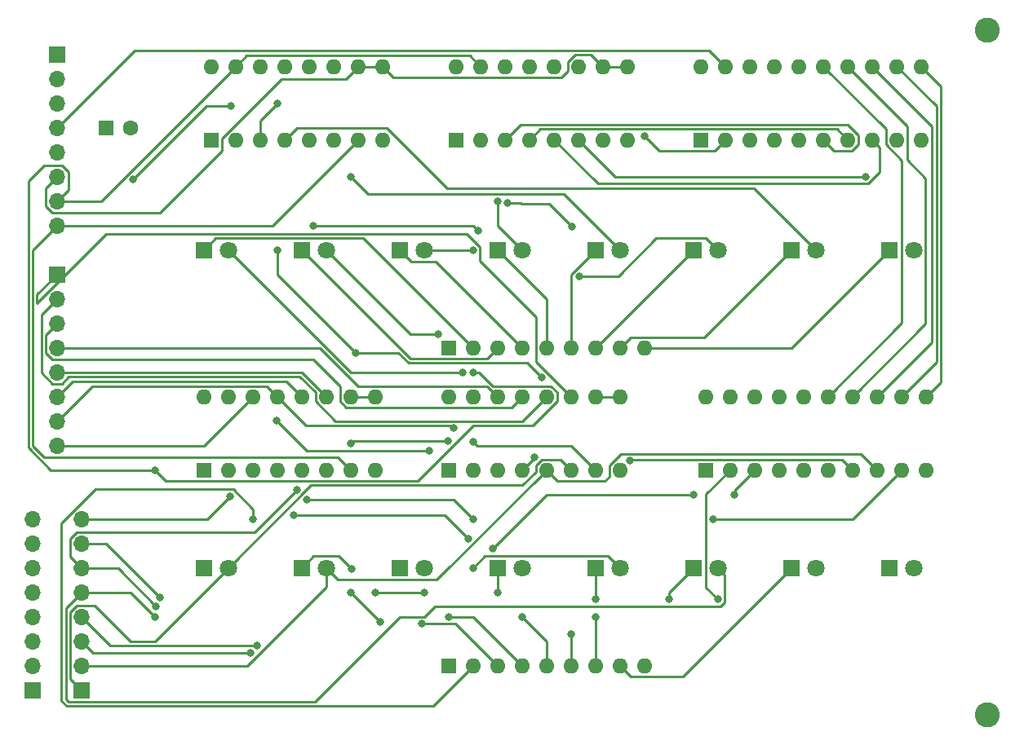
<source format=gbr>
%TF.GenerationSoftware,KiCad,Pcbnew,(7.0.0)*%
%TF.CreationDate,2023-02-28T23:31:08-05:00*%
%TF.ProjectId,8bc_registers,3862635f-7265-4676-9973-746572732e6b,1.0*%
%TF.SameCoordinates,Original*%
%TF.FileFunction,Copper,L4,Bot*%
%TF.FilePolarity,Positive*%
%FSLAX46Y46*%
G04 Gerber Fmt 4.6, Leading zero omitted, Abs format (unit mm)*
G04 Created by KiCad (PCBNEW (7.0.0)) date 2023-02-28 23:31:08*
%MOMM*%
%LPD*%
G01*
G04 APERTURE LIST*
%TA.AperFunction,WasherPad*%
%ADD10C,2.600000*%
%TD*%
%TA.AperFunction,ComponentPad*%
%ADD11R,1.800000X1.800000*%
%TD*%
%TA.AperFunction,ComponentPad*%
%ADD12C,1.800000*%
%TD*%
%TA.AperFunction,ComponentPad*%
%ADD13R,1.600000X1.600000*%
%TD*%
%TA.AperFunction,ComponentPad*%
%ADD14O,1.600000X1.600000*%
%TD*%
%TA.AperFunction,ComponentPad*%
%ADD15R,1.700000X1.700000*%
%TD*%
%TA.AperFunction,ComponentPad*%
%ADD16O,1.700000X1.700000*%
%TD*%
%TA.AperFunction,ComponentPad*%
%ADD17C,1.600000*%
%TD*%
%TA.AperFunction,ViaPad*%
%ADD18C,0.800000*%
%TD*%
%TA.AperFunction,Conductor*%
%ADD19C,0.250000*%
%TD*%
G04 APERTURE END LIST*
D10*
%TO.P,REF\u002A\u002A,*%
%TO.N,*%
X198120000Y-109220000D03*
%TD*%
%TO.P,REF\u002A\u002A,*%
%TO.N,*%
X198120000Y-38100000D03*
%TD*%
D11*
%TO.P,D1,1,K*%
%TO.N,Net-(D1-K)*%
X116839999Y-60959999D03*
D12*
%TO.P,D1,2,A*%
%TO.N,A0*%
X119380000Y-60960000D03*
%TD*%
D13*
%TO.P,U6,1,Oe1*%
%TO.N,GND*%
X142239999Y-83819999D03*
D14*
%TO.P,U6,2,Oe2*%
X144779999Y-83819999D03*
%TO.P,U6,3,Q0*%
%TO.N,B3*%
X147319999Y-83819999D03*
%TO.P,U6,4,Q1*%
%TO.N,B2*%
X149859999Y-83819999D03*
%TO.P,U6,5,Q2*%
%TO.N,B1*%
X152399999Y-83819999D03*
%TO.P,U6,6,Q3*%
%TO.N,B0*%
X154939999Y-83819999D03*
%TO.P,U6,7,Cp*%
%TO.N,CLK*%
X157479999Y-83819999D03*
%TO.P,U6,8,GND*%
%TO.N,GND*%
X160019999Y-83819999D03*
%TO.P,U6,9,E1*%
%TO.N,~{BI}*%
X160019999Y-76199999D03*
%TO.P,U6,10,E2*%
X157479999Y-76199999D03*
%TO.P,U6,11,D3*%
%TO.N,BUS_0*%
X154939999Y-76199999D03*
%TO.P,U6,12,D2*%
%TO.N,BUS_1*%
X152399999Y-76199999D03*
%TO.P,U6,13,D1*%
%TO.N,BUS_2*%
X149859999Y-76199999D03*
%TO.P,U6,14,D0*%
%TO.N,BUS_3*%
X147319999Y-76199999D03*
%TO.P,U6,15,Mr*%
%TO.N,CLR*%
X144779999Y-76199999D03*
%TO.P,U6,16,VCC*%
%TO.N,+5V*%
X142239999Y-76199999D03*
%TD*%
D11*
%TO.P,D3,1,K*%
%TO.N,Net-(D3-K)*%
X137159999Y-60959999D03*
D12*
%TO.P,D3,2,A*%
%TO.N,A2*%
X139700000Y-60960000D03*
%TD*%
D13*
%TO.P,U2,1,Oe1*%
%TO.N,GND*%
X117599999Y-49519999D03*
D14*
%TO.P,U2,2,Oe2*%
X120139999Y-49519999D03*
%TO.P,U2,3,Q0*%
%TO.N,A7*%
X122679999Y-49519999D03*
%TO.P,U2,4,Q1*%
%TO.N,A6*%
X125219999Y-49519999D03*
%TO.P,U2,5,Q2*%
%TO.N,A5*%
X127759999Y-49519999D03*
%TO.P,U2,6,Q3*%
%TO.N,A4*%
X130299999Y-49519999D03*
%TO.P,U2,7,Cp*%
%TO.N,CLK*%
X132839999Y-49519999D03*
%TO.P,U2,8,GND*%
%TO.N,GND*%
X135379999Y-49519999D03*
%TO.P,U2,9,E1*%
%TO.N,~{AI}*%
X135379999Y-41899999D03*
%TO.P,U2,10,E2*%
X132839999Y-41899999D03*
%TO.P,U2,11,D3*%
%TO.N,BUS_4*%
X130299999Y-41899999D03*
%TO.P,U2,12,D2*%
%TO.N,BUS_5*%
X127759999Y-41899999D03*
%TO.P,U2,13,D1*%
%TO.N,BUS_6*%
X125219999Y-41899999D03*
%TO.P,U2,14,D0*%
%TO.N,BUS_7*%
X122679999Y-41899999D03*
%TO.P,U2,15,Mr*%
%TO.N,CLR*%
X120139999Y-41899999D03*
%TO.P,U2,16,VCC*%
%TO.N,+5V*%
X117599999Y-41899999D03*
%TD*%
D13*
%TO.P,U1,1,A->B*%
%TO.N,+5V*%
X168399999Y-49519999D03*
D14*
%TO.P,U1,2,A0*%
%TO.N,A7*%
X170939999Y-49519999D03*
%TO.P,U1,3,A1*%
%TO.N,A6*%
X173479999Y-49519999D03*
%TO.P,U1,4,A2*%
%TO.N,A5*%
X176019999Y-49519999D03*
%TO.P,U1,5,A3*%
%TO.N,A4*%
X178559999Y-49519999D03*
%TO.P,U1,6,A4*%
%TO.N,A3*%
X181099999Y-49519999D03*
%TO.P,U1,7,A5*%
%TO.N,A2*%
X183639999Y-49519999D03*
%TO.P,U1,8,A6*%
%TO.N,A1*%
X186179999Y-49519999D03*
%TO.P,U1,9,A7*%
%TO.N,A0*%
X188719999Y-49519999D03*
%TO.P,U1,10,GND*%
%TO.N,GND*%
X191259999Y-49519999D03*
%TO.P,U1,11,B7*%
%TO.N,BUS_0*%
X191259999Y-41899999D03*
%TO.P,U1,12,B6*%
%TO.N,BUS_1*%
X188719999Y-41899999D03*
%TO.P,U1,13,B5*%
%TO.N,BUS_2*%
X186179999Y-41899999D03*
%TO.P,U1,14,B4*%
%TO.N,BUS_3*%
X183639999Y-41899999D03*
%TO.P,U1,15,B3*%
%TO.N,BUS_4*%
X181099999Y-41899999D03*
%TO.P,U1,16,B2*%
%TO.N,BUS_5*%
X178559999Y-41899999D03*
%TO.P,U1,17,B1*%
%TO.N,BUS_6*%
X176019999Y-41899999D03*
%TO.P,U1,18,B0*%
%TO.N,BUS_7*%
X173479999Y-41899999D03*
%TO.P,U1,19,CE*%
%TO.N,~{AO}*%
X170939999Y-41899999D03*
%TO.P,U1,20,VCC*%
%TO.N,+5V*%
X168399999Y-41899999D03*
%TD*%
D15*
%TO.P,J3,1,Pin_1*%
%TO.N,A0*%
X99059999Y-106679999D03*
D16*
%TO.P,J3,2,Pin_2*%
%TO.N,A1*%
X99059999Y-104139999D03*
%TO.P,J3,3,Pin_3*%
%TO.N,A2*%
X99059999Y-101599999D03*
%TO.P,J3,4,Pin_4*%
%TO.N,A3*%
X99059999Y-99059999D03*
%TO.P,J3,5,Pin_5*%
%TO.N,A4*%
X99059999Y-96519999D03*
%TO.P,J3,6,Pin_6*%
%TO.N,A5*%
X99059999Y-93979999D03*
%TO.P,J3,7,Pin_7*%
%TO.N,A6*%
X99059999Y-91439999D03*
%TO.P,J3,8,Pin_8*%
%TO.N,A7*%
X99059999Y-88899999D03*
%TD*%
D11*
%TO.P,D6,1,K*%
%TO.N,Net-(D6-K)*%
X167639999Y-60959999D03*
D12*
%TO.P,D6,2,A*%
%TO.N,A5*%
X170180000Y-60960000D03*
%TD*%
D13*
%TO.P,U3,1,Oe1*%
%TO.N,GND*%
X142999999Y-49519999D03*
D14*
%TO.P,U3,2,Oe2*%
X145539999Y-49519999D03*
%TO.P,U3,3,Q0*%
%TO.N,A3*%
X148079999Y-49519999D03*
%TO.P,U3,4,Q1*%
%TO.N,A2*%
X150619999Y-49519999D03*
%TO.P,U3,5,Q2*%
%TO.N,A1*%
X153159999Y-49519999D03*
%TO.P,U3,6,Q3*%
%TO.N,A0*%
X155699999Y-49519999D03*
%TO.P,U3,7,Cp*%
%TO.N,CLK*%
X158239999Y-49519999D03*
%TO.P,U3,8,GND*%
%TO.N,GND*%
X160779999Y-49519999D03*
%TO.P,U3,9,E1*%
%TO.N,~{AI}*%
X160779999Y-41899999D03*
%TO.P,U3,10,E2*%
X158239999Y-41899999D03*
%TO.P,U3,11,D3*%
%TO.N,BUS_0*%
X155699999Y-41899999D03*
%TO.P,U3,12,D2*%
%TO.N,BUS_1*%
X153159999Y-41899999D03*
%TO.P,U3,13,D1*%
%TO.N,BUS_2*%
X150619999Y-41899999D03*
%TO.P,U3,14,D0*%
%TO.N,BUS_3*%
X148079999Y-41899999D03*
%TO.P,U3,15,Mr*%
%TO.N,CLR*%
X145539999Y-41899999D03*
%TO.P,U3,16,VCC*%
%TO.N,+5V*%
X142999999Y-41899999D03*
%TD*%
D13*
%TO.P,U5,1,Oe1*%
%TO.N,GND*%
X116839999Y-83819999D03*
D14*
%TO.P,U5,2,Oe2*%
X119379999Y-83819999D03*
%TO.P,U5,3,Q0*%
%TO.N,B7*%
X121919999Y-83819999D03*
%TO.P,U5,4,Q1*%
%TO.N,B6*%
X124459999Y-83819999D03*
%TO.P,U5,5,Q2*%
%TO.N,B5*%
X126999999Y-83819999D03*
%TO.P,U5,6,Q3*%
%TO.N,B4*%
X129539999Y-83819999D03*
%TO.P,U5,7,Cp*%
%TO.N,CLK*%
X132079999Y-83819999D03*
%TO.P,U5,8,GND*%
%TO.N,GND*%
X134619999Y-83819999D03*
%TO.P,U5,9,E1*%
%TO.N,~{BI}*%
X134619999Y-76199999D03*
%TO.P,U5,10,E2*%
X132079999Y-76199999D03*
%TO.P,U5,11,D3*%
%TO.N,BUS_4*%
X129539999Y-76199999D03*
%TO.P,U5,12,D2*%
%TO.N,BUS_5*%
X126999999Y-76199999D03*
%TO.P,U5,13,D1*%
%TO.N,BUS_6*%
X124459999Y-76199999D03*
%TO.P,U5,14,D0*%
%TO.N,BUS_7*%
X121919999Y-76199999D03*
%TO.P,U5,15,Mr*%
%TO.N,CLR*%
X119379999Y-76199999D03*
%TO.P,U5,16,VCC*%
%TO.N,+5V*%
X116839999Y-76199999D03*
%TD*%
D11*
%TO.P,D9,1,K*%
%TO.N,Net-(D9-K)*%
X187959999Y-93979999D03*
D12*
%TO.P,D9,2,A*%
%TO.N,B7*%
X190500000Y-93980000D03*
%TD*%
D15*
%TO.P,J2,1,Pin_1*%
%TO.N,+5V*%
X101599999Y-40639999D03*
D16*
%TO.P,J2,2,Pin_2*%
%TO.N,GND*%
X101599999Y-43179999D03*
%TO.P,J2,3,Pin_3*%
%TO.N,~{BO}*%
X101599999Y-45719999D03*
%TO.P,J2,4,Pin_4*%
%TO.N,~{AO}*%
X101599999Y-48259999D03*
%TO.P,J2,5,Pin_5*%
%TO.N,~{BI}*%
X101599999Y-50799999D03*
%TO.P,J2,6,Pin_6*%
%TO.N,~{AI}*%
X101599999Y-53339999D03*
%TO.P,J2,7,Pin_7*%
%TO.N,CLR*%
X101599999Y-55879999D03*
%TO.P,J2,8,Pin_8*%
%TO.N,CLK*%
X101599999Y-58419999D03*
%TD*%
D15*
%TO.P,J4,1,Pin_1*%
%TO.N,B0*%
X104139999Y-106679999D03*
D16*
%TO.P,J4,2,Pin_2*%
%TO.N,B1*%
X104139999Y-104139999D03*
%TO.P,J4,3,Pin_3*%
%TO.N,B2*%
X104139999Y-101599999D03*
%TO.P,J4,4,Pin_4*%
%TO.N,B3*%
X104139999Y-99059999D03*
%TO.P,J4,5,Pin_5*%
%TO.N,B4*%
X104139999Y-96519999D03*
%TO.P,J4,6,Pin_6*%
%TO.N,B5*%
X104139999Y-93979999D03*
%TO.P,J4,7,Pin_7*%
%TO.N,B6*%
X104139999Y-91439999D03*
%TO.P,J4,8,Pin_8*%
%TO.N,B7*%
X104139999Y-88899999D03*
%TD*%
D11*
%TO.P,D12,1,K*%
%TO.N,Net-(D12-K)*%
X167639999Y-93979999D03*
D12*
%TO.P,D12,2,A*%
%TO.N,B4*%
X170180000Y-93980000D03*
%TD*%
D11*
%TO.P,D16,1,K*%
%TO.N,Net-(D16-K)*%
X116839999Y-93979999D03*
D12*
%TO.P,D16,2,A*%
%TO.N,B0*%
X119380000Y-93980000D03*
%TD*%
D11*
%TO.P,D14,1,K*%
%TO.N,Net-(D14-K)*%
X137159999Y-93979999D03*
D12*
%TO.P,D14,2,A*%
%TO.N,B2*%
X139700000Y-93980000D03*
%TD*%
D11*
%TO.P,D5,1,K*%
%TO.N,Net-(D5-K)*%
X157479999Y-60959999D03*
D12*
%TO.P,D5,2,A*%
%TO.N,A4*%
X160020000Y-60960000D03*
%TD*%
D11*
%TO.P,D15,1,K*%
%TO.N,Net-(D15-K)*%
X126999999Y-93979999D03*
D12*
%TO.P,D15,2,A*%
%TO.N,B1*%
X129540000Y-93980000D03*
%TD*%
D13*
%TO.P,RN2,1,common*%
%TO.N,GND*%
X142239999Y-104139999D03*
D14*
%TO.P,RN2,2,R1*%
%TO.N,Net-(D16-K)*%
X144779999Y-104139999D03*
%TO.P,RN2,3,R2*%
%TO.N,Net-(D15-K)*%
X147319999Y-104139999D03*
%TO.P,RN2,4,R3*%
%TO.N,Net-(D14-K)*%
X149859999Y-104139999D03*
%TO.P,RN2,5,R4*%
%TO.N,Net-(D13-K)*%
X152399999Y-104139999D03*
%TO.P,RN2,6,R5*%
%TO.N,Net-(D12-K)*%
X154939999Y-104139999D03*
%TO.P,RN2,7,R6*%
%TO.N,Net-(D11-K)*%
X157479999Y-104139999D03*
%TO.P,RN2,8,R7*%
%TO.N,Net-(D10-K)*%
X160019999Y-104139999D03*
%TO.P,RN2,9,R8*%
%TO.N,Net-(D9-K)*%
X162559999Y-104139999D03*
%TD*%
D11*
%TO.P,D8,1,K*%
%TO.N,Net-(D8-K)*%
X187959999Y-60959999D03*
D12*
%TO.P,D8,2,A*%
%TO.N,A7*%
X190500000Y-60960000D03*
%TD*%
D13*
%TO.P,RN1,1,common*%
%TO.N,GND*%
X142239999Y-71119999D03*
D14*
%TO.P,RN1,2,R1*%
%TO.N,Net-(D1-K)*%
X144779999Y-71119999D03*
%TO.P,RN1,3,R2*%
%TO.N,Net-(D2-K)*%
X147319999Y-71119999D03*
%TO.P,RN1,4,R3*%
%TO.N,Net-(D3-K)*%
X149859999Y-71119999D03*
%TO.P,RN1,5,R4*%
%TO.N,Net-(D4-K)*%
X152399999Y-71119999D03*
%TO.P,RN1,6,R5*%
%TO.N,Net-(D5-K)*%
X154939999Y-71119999D03*
%TO.P,RN1,7,R6*%
%TO.N,Net-(D6-K)*%
X157479999Y-71119999D03*
%TO.P,RN1,8,R7*%
%TO.N,Net-(D7-K)*%
X160019999Y-71119999D03*
%TO.P,RN1,9,R8*%
%TO.N,Net-(D8-K)*%
X162559999Y-71119999D03*
%TD*%
D15*
%TO.P,J1,1,Pin_1*%
%TO.N,BUS_0*%
X101599999Y-63499999D03*
D16*
%TO.P,J1,2,Pin_2*%
%TO.N,BUS_1*%
X101599999Y-66039999D03*
%TO.P,J1,3,Pin_3*%
%TO.N,BUS_2*%
X101599999Y-68579999D03*
%TO.P,J1,4,Pin_4*%
%TO.N,BUS_3*%
X101599999Y-71119999D03*
%TO.P,J1,5,Pin_5*%
%TO.N,BUS_4*%
X101599999Y-73659999D03*
%TO.P,J1,6,Pin_6*%
%TO.N,BUS_5*%
X101599999Y-76199999D03*
%TO.P,J1,7,Pin_7*%
%TO.N,BUS_6*%
X101599999Y-78739999D03*
%TO.P,J1,8,Pin_8*%
%TO.N,BUS_7*%
X101599999Y-81279999D03*
%TD*%
D11*
%TO.P,D4,1,K*%
%TO.N,Net-(D4-K)*%
X147319999Y-60959999D03*
D12*
%TO.P,D4,2,A*%
%TO.N,A3*%
X149860000Y-60960000D03*
%TD*%
D13*
%TO.P,C1,1*%
%TO.N,+5V*%
X106719999Y-48259999D03*
D17*
%TO.P,C1,2*%
%TO.N,GND*%
X109220000Y-48260000D03*
%TD*%
D13*
%TO.P,U4,1,A->B*%
%TO.N,+5V*%
X168914999Y-83819999D03*
D14*
%TO.P,U4,2,A0*%
%TO.N,B7*%
X171454999Y-83819999D03*
%TO.P,U4,3,A1*%
%TO.N,B6*%
X173994999Y-83819999D03*
%TO.P,U4,4,A2*%
%TO.N,B5*%
X176534999Y-83819999D03*
%TO.P,U4,5,A3*%
%TO.N,B4*%
X179074999Y-83819999D03*
%TO.P,U4,6,A4*%
%TO.N,B3*%
X181614999Y-83819999D03*
%TO.P,U4,7,A5*%
%TO.N,B2*%
X184154999Y-83819999D03*
%TO.P,U4,8,A6*%
%TO.N,B1*%
X186694999Y-83819999D03*
%TO.P,U4,9,A7*%
%TO.N,B0*%
X189234999Y-83819999D03*
%TO.P,U4,10,GND*%
%TO.N,GND*%
X191774999Y-83819999D03*
%TO.P,U4,11,B7*%
%TO.N,BUS_0*%
X191774999Y-76199999D03*
%TO.P,U4,12,B6*%
%TO.N,BUS_1*%
X189234999Y-76199999D03*
%TO.P,U4,13,B5*%
%TO.N,BUS_2*%
X186694999Y-76199999D03*
%TO.P,U4,14,B4*%
%TO.N,BUS_3*%
X184154999Y-76199999D03*
%TO.P,U4,15,B3*%
%TO.N,BUS_4*%
X181614999Y-76199999D03*
%TO.P,U4,16,B2*%
%TO.N,BUS_5*%
X179074999Y-76199999D03*
%TO.P,U4,17,B1*%
%TO.N,BUS_6*%
X176534999Y-76199999D03*
%TO.P,U4,18,B0*%
%TO.N,BUS_7*%
X173994999Y-76199999D03*
%TO.P,U4,19,CE*%
%TO.N,~{BO}*%
X171454999Y-76199999D03*
%TO.P,U4,20,VCC*%
%TO.N,+5V*%
X168914999Y-76199999D03*
%TD*%
D11*
%TO.P,D13,1,K*%
%TO.N,Net-(D13-K)*%
X147319999Y-93979999D03*
D12*
%TO.P,D13,2,A*%
%TO.N,B3*%
X149860000Y-93980000D03*
%TD*%
D11*
%TO.P,D7,1,K*%
%TO.N,Net-(D7-K)*%
X177799999Y-60959999D03*
D12*
%TO.P,D7,2,A*%
%TO.N,A6*%
X180340000Y-60960000D03*
%TD*%
D11*
%TO.P,D10,1,K*%
%TO.N,Net-(D10-K)*%
X177799999Y-93979999D03*
D12*
%TO.P,D10,2,A*%
%TO.N,B6*%
X180340000Y-93980000D03*
%TD*%
D11*
%TO.P,D2,1,K*%
%TO.N,Net-(D2-K)*%
X126999999Y-60959999D03*
D12*
%TO.P,D2,2,A*%
%TO.N,A1*%
X129540000Y-60960000D03*
%TD*%
D11*
%TO.P,D11,1,K*%
%TO.N,Net-(D11-K)*%
X157479999Y-93979999D03*
D12*
%TO.P,D11,2,A*%
%TO.N,B5*%
X160020000Y-93980000D03*
%TD*%
D18*
%TO.N,BUS_5*%
X140212300Y-81792300D03*
X124422205Y-78702205D03*
%TO.N,BUS_6*%
X142752300Y-79464500D03*
%TO.N,Net-(D11-K)*%
X157480000Y-99060000D03*
X157480000Y-97245000D03*
%TO.N,Net-(D12-K)*%
X165100000Y-97245000D03*
X154940000Y-100875500D03*
%TO.N,Net-(D13-K)*%
X147320000Y-96520000D03*
X149860000Y-99060000D03*
%TO.N,Net-(D14-K)*%
X139700000Y-96520000D03*
X134620000Y-96520000D03*
X142240000Y-99060000D03*
%TO.N,Net-(D15-K)*%
X132188506Y-94088506D03*
X135132300Y-99572300D03*
X139422746Y-99784500D03*
X132080000Y-96520000D03*
%TO.N,Net-(D16-K)*%
X121920000Y-88900000D03*
%TO.N,~{BI}*%
X132592300Y-71632300D03*
X119632299Y-45972299D03*
X151887700Y-74172300D03*
X124460000Y-60960000D03*
X109472299Y-53592299D03*
%TO.N,CLR*%
X111760000Y-83820000D03*
X144780000Y-73660000D03*
%TO.N,CLK*%
X142155851Y-80789549D03*
X144780000Y-80873698D03*
X132080000Y-81067800D03*
%TO.N,A0*%
X185489500Y-53340000D03*
X143655000Y-73660000D03*
%TO.N,A1*%
X141115000Y-69705000D03*
%TO.N,A2*%
X144780000Y-60960000D03*
%TO.N,A3*%
X147320000Y-55880000D03*
%TO.N,A4*%
X132080000Y-53340000D03*
%TO.N,A5*%
X148305164Y-56048698D03*
X155814549Y-63650049D03*
X155048506Y-58528506D03*
X128225000Y-58420000D03*
X145292300Y-58932300D03*
%TO.N,A7*%
X162560000Y-49119500D03*
X124460000Y-45720000D03*
%TO.N,B7*%
X119562795Y-86542795D03*
X170180000Y-97244500D03*
%TO.N,B6*%
X171855500Y-86360000D03*
X126179704Y-88524506D03*
X112272300Y-97032300D03*
X167640000Y-86360000D03*
X146807700Y-91952300D03*
X144267700Y-90927700D03*
%TO.N,B5*%
X126487700Y-85847700D03*
X111889807Y-97955720D03*
X144780000Y-93980000D03*
X144780000Y-88900000D03*
X127512300Y-86872300D03*
%TO.N,B4*%
X111760000Y-99060000D03*
%TO.N,B3*%
X122387299Y-102067299D03*
%TO.N,B2*%
X151130000Y-82474410D03*
X121680544Y-102791799D03*
X161009598Y-82830402D03*
%TO.N,B0*%
X169679500Y-88900000D03*
%TD*%
D19*
%TO.N,Net-(D1-K)*%
X133395000Y-59735000D02*
X118065000Y-59735000D01*
X118065000Y-59735000D02*
X116840000Y-60960000D01*
X144780000Y-71120000D02*
X133395000Y-59735000D01*
%TO.N,BUS_0*%
X144130305Y-59285000D02*
X145505000Y-60659695D01*
X193285000Y-43925000D02*
X191260000Y-41900000D01*
X151275000Y-72535000D02*
X154940000Y-76200000D01*
X106693299Y-59285000D02*
X144130305Y-59285000D01*
X99525000Y-66453299D02*
X106693299Y-59285000D01*
X99525000Y-65575000D02*
X99525000Y-66453299D01*
X145505000Y-60659695D02*
X145505000Y-62109695D01*
X151275000Y-67879695D02*
X151275000Y-72535000D01*
X191775000Y-76200000D02*
X193285000Y-74690000D01*
X145505000Y-62109695D02*
X151275000Y-67879695D01*
X193285000Y-74690000D02*
X193285000Y-43925000D01*
X101600000Y-63500000D02*
X99525000Y-65575000D01*
%TO.N,Net-(D2-K)*%
X146195000Y-72245000D02*
X138285000Y-72245000D01*
X147320000Y-71120000D02*
X146195000Y-72245000D01*
X138285000Y-72245000D02*
X127000000Y-60960000D01*
%TO.N,BUS_1*%
X149860000Y-78740000D02*
X152400000Y-76200000D01*
X101113299Y-74835000D02*
X102086701Y-74835000D01*
X99975000Y-67665000D02*
X99975000Y-73696701D01*
X128415000Y-75734009D02*
X128415000Y-76665991D01*
X126790991Y-74110000D02*
X128415000Y-75734009D01*
X192835000Y-72600000D02*
X189235000Y-76200000D01*
X102811701Y-74110000D02*
X126790991Y-74110000D01*
X102086701Y-74835000D02*
X102811701Y-74110000D01*
X99975000Y-73696701D02*
X101113299Y-74835000D01*
X192835000Y-46015000D02*
X192835000Y-72600000D01*
X188720000Y-41900000D02*
X192835000Y-46015000D01*
X128415000Y-76665991D02*
X130489009Y-78740000D01*
X130489009Y-78740000D02*
X149860000Y-78740000D01*
X101600000Y-66040000D02*
X99975000Y-67665000D01*
%TO.N,Net-(D3-K)*%
X140925000Y-62185000D02*
X138385000Y-62185000D01*
X149860000Y-71120000D02*
X140925000Y-62185000D01*
X138385000Y-62185000D02*
X137160000Y-60960000D01*
%TO.N,BUS_2*%
X100425000Y-71606701D02*
X101113299Y-72295000D01*
X101600000Y-68580000D02*
X100425000Y-69755000D01*
X130955000Y-75075000D02*
X130955000Y-76665991D01*
X128175000Y-72295000D02*
X130955000Y-75075000D01*
X101113299Y-72295000D02*
X128175000Y-72295000D01*
X186695000Y-76200000D02*
X192385000Y-70510000D01*
X100425000Y-69755000D02*
X100425000Y-71606701D01*
X192385000Y-70510000D02*
X192385000Y-48105000D01*
X130955000Y-76665991D02*
X131614009Y-77325000D01*
X148735000Y-77325000D02*
X149860000Y-76200000D01*
X192385000Y-48105000D02*
X186180000Y-41900000D01*
X131614009Y-77325000D02*
X148735000Y-77325000D01*
%TO.N,Net-(D4-K)*%
X152400000Y-71120000D02*
X152400000Y-66040000D01*
X152400000Y-66040000D02*
X147320000Y-60960000D01*
%TO.N,BUS_3*%
X189845000Y-51599595D02*
X189845000Y-48105000D01*
X184155000Y-76200000D02*
X191725000Y-68630000D01*
X191725000Y-53479595D02*
X189845000Y-51599595D01*
X101600000Y-71120000D02*
X128903604Y-71120000D01*
X189845000Y-48105000D02*
X183640000Y-41900000D01*
X132858604Y-75075000D02*
X146195000Y-75075000D01*
X191725000Y-68630000D02*
X191725000Y-53479595D01*
X146195000Y-75075000D02*
X147320000Y-76200000D01*
X128903604Y-71120000D02*
X132858604Y-75075000D01*
%TO.N,Net-(D5-K)*%
X154940000Y-71120000D02*
X154940000Y-63500000D01*
X154940000Y-63500000D02*
X157480000Y-60960000D01*
%TO.N,BUS_4*%
X101600000Y-73660000D02*
X127000000Y-73660000D01*
X189275000Y-51665991D02*
X187595000Y-49985991D01*
X181615000Y-76200000D02*
X189275000Y-68540000D01*
X187595000Y-49985991D02*
X187595000Y-48395000D01*
X127000000Y-73660000D02*
X129540000Y-76200000D01*
X189275000Y-68540000D02*
X189275000Y-51665991D01*
X187595000Y-48395000D02*
X181100000Y-41900000D01*
%TO.N,Net-(D6-K)*%
X157480000Y-71120000D02*
X167640000Y-60960000D01*
%TO.N,BUS_5*%
X127512300Y-81792300D02*
X124460000Y-78740000D01*
X140212300Y-81792300D02*
X127512300Y-81792300D01*
X101600000Y-76200000D02*
X103175000Y-74625000D01*
X125425000Y-74625000D02*
X127000000Y-76200000D01*
X103175000Y-74625000D02*
X125425000Y-74625000D01*
X124460000Y-78740000D02*
X124422205Y-78702205D01*
%TO.N,Net-(D7-K)*%
X160020000Y-71120000D02*
X161145000Y-69995000D01*
X168765000Y-69995000D02*
X177800000Y-60960000D01*
X161145000Y-69995000D02*
X168765000Y-69995000D01*
%TO.N,BUS_6*%
X105265000Y-75075000D02*
X123335000Y-75075000D01*
X142752300Y-79464500D02*
X142752300Y-79252300D01*
X142752300Y-79252300D02*
X142690000Y-79190000D01*
X123335000Y-75075000D02*
X124460000Y-76200000D01*
X127450000Y-79190000D02*
X124460000Y-76200000D01*
X142690000Y-79190000D02*
X127450000Y-79190000D01*
X101600000Y-78740000D02*
X105265000Y-75075000D01*
%TO.N,Net-(D8-K)*%
X177800000Y-71120000D02*
X187960000Y-60960000D01*
X162560000Y-71120000D02*
X177800000Y-71120000D01*
%TO.N,BUS_7*%
X101600000Y-81280000D02*
X116840000Y-81280000D01*
X116840000Y-81280000D02*
X121920000Y-76200000D01*
%TO.N,Net-(D10-K)*%
X166515000Y-105265000D02*
X161145000Y-105265000D01*
X161145000Y-105265000D02*
X160020000Y-104140000D01*
X177800000Y-93980000D02*
X166515000Y-105265000D01*
%TO.N,Net-(D11-K)*%
X157480000Y-99060000D02*
X157480000Y-104140000D01*
X157480000Y-93980000D02*
X157480000Y-97245000D01*
%TO.N,Net-(D12-K)*%
X167640000Y-93980000D02*
X165100000Y-96520000D01*
X165100000Y-96520000D02*
X165100000Y-97245000D01*
X154940000Y-100875500D02*
X154940000Y-104140000D01*
%TO.N,Net-(D13-K)*%
X152400000Y-104140000D02*
X152400000Y-101600000D01*
X147320000Y-96520000D02*
X147320000Y-93980000D01*
X152400000Y-101600000D02*
X149860000Y-99060000D01*
%TO.N,Net-(D14-K)*%
X149860000Y-104140000D02*
X144780000Y-99060000D01*
X144780000Y-99060000D02*
X142240000Y-99060000D01*
X139700000Y-96520000D02*
X134620000Y-96520000D01*
%TO.N,Net-(D15-K)*%
X132188506Y-94088506D02*
X130855000Y-92755000D01*
X128225000Y-92755000D02*
X127000000Y-93980000D01*
X135132300Y-99572300D02*
X132080000Y-96520000D01*
X140424500Y-99784500D02*
X139422746Y-99784500D01*
X140425000Y-99785000D02*
X140424500Y-99784500D01*
X130855000Y-92755000D02*
X128225000Y-92755000D01*
X147320000Y-104140000D02*
X142965000Y-99785000D01*
X142965000Y-99785000D02*
X140425000Y-99785000D01*
%TO.N,Net-(D16-K)*%
X144780000Y-104140000D02*
X140615000Y-108305000D01*
X102588604Y-108305000D02*
X102065000Y-107781396D01*
X102065000Y-89313299D02*
X105560504Y-85817795D01*
X105560504Y-85817795D02*
X119863100Y-85817795D01*
X119863100Y-85817795D02*
X121920000Y-87874695D01*
X140615000Y-108305000D02*
X102588604Y-108305000D01*
X121920000Y-87874695D02*
X121920000Y-88900000D01*
X102065000Y-107781396D02*
X102065000Y-89313299D01*
%TO.N,~{AO}*%
X109670000Y-40190000D02*
X169230000Y-40190000D01*
X169230000Y-40190000D02*
X170940000Y-41900000D01*
X101600000Y-48260000D02*
X109670000Y-40190000D01*
%TO.N,~{BI}*%
X138098604Y-72695000D02*
X150410400Y-72695000D01*
X150410400Y-72695000D02*
X151887700Y-74172300D01*
X137035904Y-71632300D02*
X138098604Y-72695000D01*
X132592300Y-71632300D02*
X137035904Y-71632300D01*
X124460000Y-63500000D02*
X124460000Y-60960000D01*
X119632299Y-45972299D02*
X117092299Y-45972299D01*
X160020000Y-76200000D02*
X157480000Y-76200000D01*
X134620000Y-76200000D02*
X132080000Y-76200000D01*
X132592300Y-71632300D02*
X124460000Y-63500000D01*
X117092299Y-45972299D02*
X109472299Y-53592299D01*
%TO.N,~{AI}*%
X100425000Y-54515000D02*
X100425000Y-56366701D01*
X118725000Y-50645000D02*
X118725000Y-49344009D01*
X124889009Y-43180000D02*
X131560000Y-43180000D01*
X101113299Y-57055000D02*
X112315000Y-57055000D01*
X118725000Y-49344009D02*
X124889009Y-43180000D01*
X112315000Y-57055000D02*
X118725000Y-50645000D01*
X132840000Y-41900000D02*
X135380000Y-41900000D01*
X156980000Y-40640000D02*
X158240000Y-41900000D01*
X158240000Y-41900000D02*
X160780000Y-41900000D01*
X154575000Y-42365991D02*
X154575000Y-41434009D01*
X154575000Y-41434009D02*
X155369009Y-40640000D01*
X135380000Y-41900000D02*
X136505000Y-43025000D01*
X131560000Y-43180000D02*
X132840000Y-41900000D01*
X136505000Y-43025000D02*
X153915991Y-43025000D01*
X155369009Y-40640000D02*
X156980000Y-40640000D01*
X153915991Y-43025000D02*
X154575000Y-42365991D01*
X100425000Y-56366701D02*
X101113299Y-57055000D01*
X101600000Y-53340000D02*
X100425000Y-54515000D01*
%TO.N,CLR*%
X139025000Y-84945000D02*
X144780000Y-79190000D01*
X101600000Y-55880000D02*
X106160000Y-55880000D01*
X112885000Y-84945000D02*
X139025000Y-84945000D01*
X102086701Y-52165000D02*
X100235000Y-52165000D01*
X101600000Y-55880000D02*
X102775000Y-54705000D01*
X146831396Y-75075000D02*
X145416396Y-73660000D01*
X145416396Y-73660000D02*
X144780000Y-73660000D01*
X100235000Y-52165000D02*
X98625000Y-53775000D01*
X100963604Y-83820000D02*
X111760000Y-83820000D01*
X102775000Y-54705000D02*
X102775000Y-52853299D01*
X152865991Y-75075000D02*
X146831396Y-75075000D01*
X153525000Y-76665991D02*
X153525000Y-75734009D01*
X120140000Y-41900000D02*
X121265000Y-40775000D01*
X153525000Y-75734009D02*
X152865991Y-75075000D01*
X111760000Y-83820000D02*
X112885000Y-84945000D01*
X151000991Y-79190000D02*
X153525000Y-76665991D01*
X144780000Y-79190000D02*
X151000991Y-79190000D01*
X102775000Y-52853299D02*
X102086701Y-52165000D01*
X144415000Y-40775000D02*
X145540000Y-41900000D01*
X98625000Y-81481396D02*
X100963604Y-83820000D01*
X98625000Y-53775000D02*
X98625000Y-81481396D01*
X106160000Y-55880000D02*
X120140000Y-41900000D01*
X121265000Y-40775000D02*
X144415000Y-40775000D01*
%TO.N,CLK*%
X157480000Y-83820000D02*
X154940000Y-81280000D01*
X99075000Y-60945000D02*
X99075000Y-81295000D01*
X99075000Y-81295000D02*
X100235000Y-82455000D01*
X123940000Y-58420000D02*
X132840000Y-49520000D01*
X154940000Y-81280000D02*
X145186302Y-81280000D01*
X132358251Y-80789549D02*
X132080000Y-81067800D01*
X145186302Y-81280000D02*
X144780000Y-80873698D01*
X130715000Y-82455000D02*
X132080000Y-83820000D01*
X101600000Y-58420000D02*
X99075000Y-60945000D01*
X142155851Y-80789549D02*
X132358251Y-80789549D01*
X101600000Y-58420000D02*
X123940000Y-58420000D01*
X100235000Y-82455000D02*
X130715000Y-82455000D01*
%TO.N,A0*%
X159520000Y-53340000D02*
X155700000Y-49520000D01*
X119380000Y-60960000D02*
X132080000Y-73660000D01*
X185489500Y-53340000D02*
X159520000Y-53340000D01*
X132080000Y-73660000D02*
X143655000Y-73660000D01*
%TO.N,A1*%
X138285000Y-69705000D02*
X141115000Y-69705000D01*
X129540000Y-60960000D02*
X138285000Y-69705000D01*
X185789805Y-54065000D02*
X157705000Y-54065000D01*
X186180000Y-49520000D02*
X186979999Y-50319999D01*
X186979999Y-50319999D02*
X186979999Y-52874806D01*
X186979999Y-52874806D02*
X185789805Y-54065000D01*
X157705000Y-54065000D02*
X153160000Y-49520000D01*
%TO.N,A2*%
X182515000Y-48395000D02*
X151745000Y-48395000D01*
X151745000Y-48395000D02*
X150620000Y-49520000D01*
X183640000Y-49520000D02*
X182515000Y-48395000D01*
X139700000Y-60960000D02*
X144780000Y-60960000D01*
%TO.N,A3*%
X149860000Y-60960000D02*
X147320000Y-58420000D01*
X149655000Y-47945000D02*
X148080000Y-49520000D01*
X184765000Y-49054009D02*
X183655991Y-47945000D01*
X147320000Y-58420000D02*
X147320000Y-55880000D01*
X183655991Y-47945000D02*
X149655000Y-47945000D01*
X181100000Y-49520000D02*
X182225000Y-50645000D01*
X182225000Y-50645000D02*
X184105991Y-50645000D01*
X184765000Y-49985991D02*
X184765000Y-49054009D01*
X184105991Y-50645000D02*
X184765000Y-49985991D01*
%TO.N,A4*%
X160020000Y-60960000D02*
X154215000Y-55155000D01*
X154215000Y-55155000D02*
X133895000Y-55155000D01*
X133895000Y-55155000D02*
X132080000Y-53340000D01*
%TO.N,A5*%
X159869951Y-63650049D02*
X155814549Y-63650049D01*
X168955000Y-59735000D02*
X163785000Y-59735000D01*
X144780000Y-58420000D02*
X128225000Y-58420000D01*
X170180000Y-60960000D02*
X168955000Y-59735000D01*
X149691692Y-56048698D02*
X148305164Y-56048698D01*
X155048506Y-58528506D02*
X152700305Y-56180305D01*
X145292300Y-58932300D02*
X144780000Y-58420000D01*
X149823299Y-56180305D02*
X149691692Y-56048698D01*
X152700305Y-56180305D02*
X149823299Y-56180305D01*
X163785000Y-59735000D02*
X159869951Y-63650049D01*
%TO.N,A6*%
X126480000Y-48260000D02*
X125220000Y-49520000D01*
X173895000Y-54515000D02*
X142105000Y-54515000D01*
X142105000Y-54515000D02*
X135850000Y-48260000D01*
X180340000Y-60960000D02*
X173895000Y-54515000D01*
X135850000Y-48260000D02*
X126480000Y-48260000D01*
%TO.N,A7*%
X164085500Y-50645000D02*
X162560000Y-49119500D01*
X170940000Y-49520000D02*
X169815000Y-50645000D01*
X124460000Y-45720000D02*
X122680000Y-47500000D01*
X169815000Y-50645000D02*
X164085500Y-50645000D01*
X122680000Y-47500000D02*
X122680000Y-49520000D01*
%TO.N,B7*%
X104140000Y-88900000D02*
X117205590Y-88900000D01*
X168955000Y-96019500D02*
X168955000Y-86320000D01*
X170180000Y-97244500D02*
X168955000Y-96019500D01*
X117205590Y-88900000D02*
X119562795Y-86542795D01*
X168955000Y-86320000D02*
X171455000Y-83820000D01*
%TO.N,B6*%
X106680000Y-91440000D02*
X104140000Y-91440000D01*
X112272300Y-97032300D02*
X106680000Y-91440000D01*
X152400000Y-86360000D02*
X167640000Y-86360000D01*
X171855500Y-86360000D02*
X171855500Y-85959500D01*
X126179704Y-88524506D02*
X141864506Y-88524506D01*
X171855500Y-85959500D02*
X173995000Y-83820000D01*
X141864506Y-88524506D02*
X144267700Y-90927700D01*
X146807700Y-91952300D02*
X152400000Y-86360000D01*
%TO.N,B5*%
X102965000Y-92805000D02*
X102965000Y-90953299D01*
X146005000Y-92755000D02*
X144780000Y-93980000D01*
X107914087Y-93980000D02*
X104140000Y-93980000D01*
X102965000Y-90953299D02*
X103653299Y-90265000D01*
X103653299Y-90265000D02*
X122070400Y-90265000D01*
X122070400Y-90265000D02*
X126487700Y-85847700D01*
X104140000Y-93980000D02*
X102965000Y-92805000D01*
X111889807Y-97955720D02*
X107914087Y-93980000D01*
X158795000Y-92755000D02*
X146005000Y-92755000D01*
X142752300Y-86872300D02*
X127512300Y-86872300D01*
X144780000Y-88900000D02*
X142752300Y-86872300D01*
X160020000Y-93980000D02*
X158795000Y-92755000D01*
%TO.N,B4*%
X128365000Y-107855000D02*
X137160000Y-99060000D01*
X137160000Y-99060000D02*
X139700000Y-99060000D01*
X109220000Y-96520000D02*
X104140000Y-96520000D01*
X102515000Y-107595000D02*
X102775000Y-107855000D01*
X140790500Y-97969500D02*
X170480305Y-97969500D01*
X102515000Y-98145000D02*
X102515000Y-107595000D01*
X111760000Y-99060000D02*
X109220000Y-96520000D01*
X102775000Y-107855000D02*
X128365000Y-107855000D01*
X170480305Y-97969500D02*
X170905000Y-97544805D01*
X170905000Y-97544805D02*
X170905000Y-94705000D01*
X139700000Y-99060000D02*
X140790500Y-97969500D01*
X170905000Y-94705000D02*
X170180000Y-93980000D01*
X104140000Y-96520000D02*
X102515000Y-98145000D01*
%TO.N,B3*%
X107147299Y-102067299D02*
X104140000Y-99060000D01*
X122387299Y-102067299D02*
X107147299Y-102067299D01*
%TO.N,B2*%
X151130000Y-82550000D02*
X149860000Y-83820000D01*
X105331799Y-102791799D02*
X104140000Y-101600000D01*
X161145000Y-82695000D02*
X161009598Y-82830402D01*
X184155000Y-83820000D02*
X183030000Y-82695000D01*
X121680544Y-102791799D02*
X105331799Y-102791799D01*
X151130000Y-82474410D02*
X151130000Y-82550000D01*
X183030000Y-82695000D02*
X161145000Y-82695000D01*
%TO.N,B1*%
X129540000Y-95957648D02*
X121357648Y-104140000D01*
X158895000Y-84495000D02*
X158445000Y-84945000D01*
X152400000Y-83820000D02*
X141015000Y-95205000D01*
X141015000Y-95205000D02*
X130765000Y-95205000D01*
X130765000Y-95205000D02*
X129540000Y-93980000D01*
X184980402Y-82105402D02*
X160143607Y-82105402D01*
X158445000Y-84945000D02*
X153525000Y-84945000D01*
X160143607Y-82105402D02*
X158895000Y-83354009D01*
X158895000Y-83354009D02*
X158895000Y-84495000D01*
X121357648Y-104140000D02*
X104140000Y-104140000D01*
X153525000Y-84945000D02*
X152400000Y-83820000D01*
X129540000Y-93980000D02*
X129540000Y-95957648D01*
X186695000Y-83820000D02*
X184980402Y-82105402D01*
%TO.N,B0*%
X151275000Y-83354009D02*
X151934009Y-82695000D01*
X151275000Y-83995991D02*
X151275000Y-83354009D01*
X109220000Y-101600000D02*
X111760000Y-101600000D01*
X105505000Y-97885000D02*
X109220000Y-101600000D01*
X184155000Y-88900000D02*
X169679500Y-88900000D01*
X127965000Y-85395000D02*
X149875991Y-85395000D01*
X102965000Y-105505000D02*
X102965000Y-98573299D01*
X153815000Y-82695000D02*
X154940000Y-83820000D01*
X103653299Y-97885000D02*
X105505000Y-97885000D01*
X111760000Y-101600000D02*
X119380000Y-93980000D01*
X119380000Y-93980000D02*
X127965000Y-85395000D01*
X151934009Y-82695000D02*
X153815000Y-82695000D01*
X104140000Y-106680000D02*
X102965000Y-105505000D01*
X149875991Y-85395000D02*
X151275000Y-83995991D01*
X189235000Y-83820000D02*
X184155000Y-88900000D01*
X102965000Y-98573299D02*
X103653299Y-97885000D01*
%TD*%
M02*

</source>
